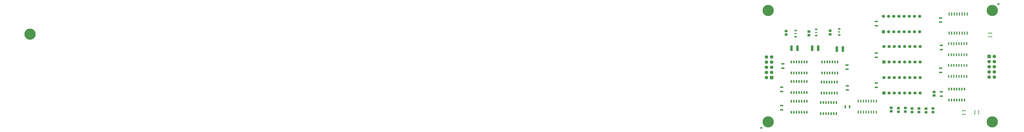
<source format=gbr>
%TF.GenerationSoftware,Altium Limited,Altium Designer,20.1.7 (139)*%
G04 Layer_Color=255*
%FSLAX44Y44*%
%MOMM*%
%TF.SameCoordinates,E03824B4-CBBF-40F0-B96A-956E77447FB1*%
%TF.FilePolarity,Positive*%
%TF.FileFunction,Pads,Top*%
%TF.Part,Single*%
G01*
G75*
%TA.AperFunction,SMDPad,CuDef*%
%ADD10R,1.2000X0.7000*%
%ADD11R,1.1000X0.6000*%
%ADD12R,0.6000X1.4500*%
%ADD13R,0.7500X1.6000*%
%ADD14O,0.6000X1.4500*%
%ADD15R,1.6000X0.7500*%
%ADD16R,0.5800X1.6200*%
%ADD17R,1.1500X2.7000*%
%ADD18R,1.4000X1.1500*%
%ADD19R,0.5000X0.5500*%
%ADD20R,0.4000X0.5500*%
%ADD21R,0.5500X0.5000*%
%ADD22R,0.5500X0.4000*%
%ADD24C,1.0000*%
%TA.AperFunction,ViaPad*%
%ADD25C,5.5000*%
%TA.AperFunction,ComponentPad*%
%ADD26C,1.5000*%
%ADD27R,1.5000X1.5000*%
%ADD28C,1.7000*%
%ADD29R,1.7000X1.7000*%
D10*
X818500Y968750D02*
D03*
X818760Y938510D02*
D03*
X604760Y930260D02*
D03*
X604500Y960500D02*
D03*
X705760Y935760D02*
D03*
X705500Y966000D02*
D03*
D11*
X818000Y953750D02*
D03*
X604000Y945500D02*
D03*
X705000Y951000D02*
D03*
D12*
X1444950Y895750D02*
D03*
X1432250D02*
D03*
X1419550D02*
D03*
X1406850D02*
D03*
X1394150D02*
D03*
X1381450D02*
D03*
X1368750D02*
D03*
X1356050D02*
D03*
X1444950Y841250D02*
D03*
X1432250D02*
D03*
X1419550D02*
D03*
X1406850D02*
D03*
X1394150D02*
D03*
X1381450D02*
D03*
X1368750D02*
D03*
X1356050D02*
D03*
X1444950Y788750D02*
D03*
X1432250D02*
D03*
X1419550D02*
D03*
X1406850D02*
D03*
X1394150D02*
D03*
X1381450D02*
D03*
X1368750D02*
D03*
X1356050D02*
D03*
X1444950Y734250D02*
D03*
X1432250D02*
D03*
X1419550D02*
D03*
X1406850D02*
D03*
X1394150D02*
D03*
X1381450D02*
D03*
X1368750D02*
D03*
X1356050D02*
D03*
X912300Y558250D02*
D03*
X925000D02*
D03*
X937700D02*
D03*
X950400D02*
D03*
X963100D02*
D03*
X975800D02*
D03*
X988500D02*
D03*
X1001200D02*
D03*
X912300Y612750D02*
D03*
X925000D02*
D03*
X937700D02*
D03*
X950400D02*
D03*
X963100D02*
D03*
X975800D02*
D03*
X988500D02*
D03*
X1001200D02*
D03*
D13*
X869250Y584750D02*
D03*
X848250D02*
D03*
D14*
X1357750Y617500D02*
D03*
X1370450D02*
D03*
X1383150D02*
D03*
X1395850D02*
D03*
X1408550D02*
D03*
X1421250D02*
D03*
X1433950D02*
D03*
X1357750Y672000D02*
D03*
X1370450D02*
D03*
X1383150D02*
D03*
X1395850D02*
D03*
X1408550D02*
D03*
X1421250D02*
D03*
X1433950D02*
D03*
X731400Y652250D02*
D03*
X744100D02*
D03*
X756800D02*
D03*
X769500D02*
D03*
X782200D02*
D03*
X794900D02*
D03*
X807600D02*
D03*
X731400Y706750D02*
D03*
X744100D02*
D03*
X756800D02*
D03*
X769500D02*
D03*
X782200D02*
D03*
X794900D02*
D03*
X807600D02*
D03*
X728650Y550750D02*
D03*
X741350D02*
D03*
X754050D02*
D03*
X766750D02*
D03*
X779450D02*
D03*
X792150D02*
D03*
X804850D02*
D03*
X728650Y605250D02*
D03*
X741350D02*
D03*
X754050D02*
D03*
X766750D02*
D03*
X779450D02*
D03*
X792150D02*
D03*
X804850D02*
D03*
X659350Y805500D02*
D03*
X646650D02*
D03*
X633950D02*
D03*
X621250D02*
D03*
X608550D02*
D03*
X595850D02*
D03*
X583150D02*
D03*
X659350Y751000D02*
D03*
X646650D02*
D03*
X633950D02*
D03*
X621250D02*
D03*
X608550D02*
D03*
X595850D02*
D03*
X583150D02*
D03*
X660100Y611500D02*
D03*
X647400D02*
D03*
X634700D02*
D03*
X622000D02*
D03*
X609300D02*
D03*
X596600D02*
D03*
X583900D02*
D03*
X660100Y557000D02*
D03*
X647400D02*
D03*
X634700D02*
D03*
X622000D02*
D03*
X609300D02*
D03*
X596600D02*
D03*
X583900D02*
D03*
X659650Y709000D02*
D03*
X646950D02*
D03*
X634250D02*
D03*
X621550D02*
D03*
X608850D02*
D03*
X596150D02*
D03*
X583450D02*
D03*
X659650Y654500D02*
D03*
X646950D02*
D03*
X634250D02*
D03*
X621550D02*
D03*
X608850D02*
D03*
X596150D02*
D03*
X583450D02*
D03*
X810350Y805500D02*
D03*
X797650D02*
D03*
X784950D02*
D03*
X772250D02*
D03*
X759550D02*
D03*
X746850D02*
D03*
X734150D02*
D03*
X810350Y751000D02*
D03*
X797650D02*
D03*
X784950D02*
D03*
X772250D02*
D03*
X759550D02*
D03*
X746850D02*
D03*
X734150D02*
D03*
D15*
X1001000Y984000D02*
D03*
Y1005000D02*
D03*
X536250Y590250D02*
D03*
Y569250D02*
D03*
X1317000Y774750D02*
D03*
Y753750D02*
D03*
X858750Y688000D02*
D03*
Y667000D02*
D03*
X1319750Y658000D02*
D03*
Y637000D02*
D03*
X857250Y790500D02*
D03*
Y769500D02*
D03*
X1001000Y701000D02*
D03*
Y680000D02*
D03*
X1315500Y1001500D02*
D03*
Y1022500D02*
D03*
X1001000Y849250D02*
D03*
Y828250D02*
D03*
X541750Y796000D02*
D03*
Y775000D02*
D03*
X1319750Y887250D02*
D03*
Y866250D02*
D03*
X536250Y680750D02*
D03*
Y659750D02*
D03*
D16*
X1358050Y947600D02*
D03*
X1370750D02*
D03*
X1383450D02*
D03*
X1396150D02*
D03*
X1408850D02*
D03*
X1421550D02*
D03*
X1434250D02*
D03*
X1446950D02*
D03*
X1358050Y1041400D02*
D03*
X1370750D02*
D03*
X1383450D02*
D03*
X1396150D02*
D03*
X1408850D02*
D03*
X1421550D02*
D03*
X1434250D02*
D03*
X1446950D02*
D03*
D17*
X715750Y872750D02*
D03*
X686250D02*
D03*
X614250D02*
D03*
X584750D02*
D03*
X836500Y868750D02*
D03*
X807000D02*
D03*
D18*
X773750Y959250D02*
D03*
Y941750D02*
D03*
X558250Y958000D02*
D03*
Y940500D02*
D03*
X669500Y955250D02*
D03*
Y937750D02*
D03*
X1143000Y560750D02*
D03*
Y578250D02*
D03*
X1109000Y560000D02*
D03*
Y577500D02*
D03*
X1176000Y558500D02*
D03*
Y576000D02*
D03*
X1279000Y558500D02*
D03*
Y576000D02*
D03*
X1284250Y640000D02*
D03*
Y657500D02*
D03*
X1074000Y562250D02*
D03*
Y579750D02*
D03*
X1210000Y558500D02*
D03*
Y576000D02*
D03*
X1244750Y557750D02*
D03*
Y575250D02*
D03*
D19*
X1423000Y547000D02*
D03*
X1436000D02*
D03*
Y565000D02*
D03*
X1423000D02*
D03*
X1553250Y929500D02*
D03*
X1566250D02*
D03*
Y947500D02*
D03*
X1553250D02*
D03*
D20*
X1429500Y547000D02*
D03*
Y565000D02*
D03*
X1559750Y929500D02*
D03*
Y947500D02*
D03*
D21*
X1502750Y550250D02*
D03*
Y563250D02*
D03*
X1484750D02*
D03*
Y550250D02*
D03*
D22*
X1502750Y556750D02*
D03*
X1484750D02*
D03*
D24*
X436250Y480500D02*
D03*
X1600750Y1090750D02*
D03*
D25*
X1569750Y509750D02*
D03*
Y1059750D02*
D03*
X469750D02*
D03*
X-3153000Y942750D02*
D03*
X469750Y510250D02*
D03*
D26*
X1038550Y881450D02*
D03*
X1063950D02*
D03*
X1089350D02*
D03*
X1114750D02*
D03*
X1140150D02*
D03*
X1165550D02*
D03*
X1190950D02*
D03*
X1216350D02*
D03*
Y805250D02*
D03*
X1190950D02*
D03*
X1165550D02*
D03*
X1140150D02*
D03*
X1114750D02*
D03*
X1089350D02*
D03*
X1063950D02*
D03*
X1063300Y652300D02*
D03*
X1088700D02*
D03*
X1114100D02*
D03*
X1139500D02*
D03*
X1164900D02*
D03*
X1190300D02*
D03*
X1215700D02*
D03*
Y728500D02*
D03*
X1190300D02*
D03*
X1164900D02*
D03*
X1139500D02*
D03*
X1114100D02*
D03*
X1088700D02*
D03*
X1063300D02*
D03*
X1037900D02*
D03*
X1060600Y954050D02*
D03*
X1086000D02*
D03*
X1111400D02*
D03*
X1136800D02*
D03*
X1162200D02*
D03*
X1187600D02*
D03*
X1213000D02*
D03*
Y1030250D02*
D03*
X1187600D02*
D03*
X1162200D02*
D03*
X1136800D02*
D03*
X1111400D02*
D03*
X1086000D02*
D03*
X1060600D02*
D03*
X1035200D02*
D03*
D27*
X1038550Y805250D02*
D03*
X1037900Y652300D02*
D03*
X1035200Y954050D02*
D03*
D28*
X462000Y728500D02*
D03*
Y753900D02*
D03*
Y804700D02*
D03*
Y830100D02*
D03*
X487400Y753900D02*
D03*
Y804700D02*
D03*
Y830100D02*
D03*
X462000Y779300D02*
D03*
X487400D02*
D03*
X1580250Y832400D02*
D03*
Y807000D02*
D03*
Y756200D02*
D03*
Y730800D02*
D03*
X1554850Y807000D02*
D03*
Y756200D02*
D03*
Y730800D02*
D03*
X1580250Y781600D02*
D03*
X1554850D02*
D03*
D29*
X487400Y728500D02*
D03*
X1554850Y832400D02*
D03*
%TF.MD5,7c7cdeaf9720f575ef830d04bbaf779b*%
M02*

</source>
